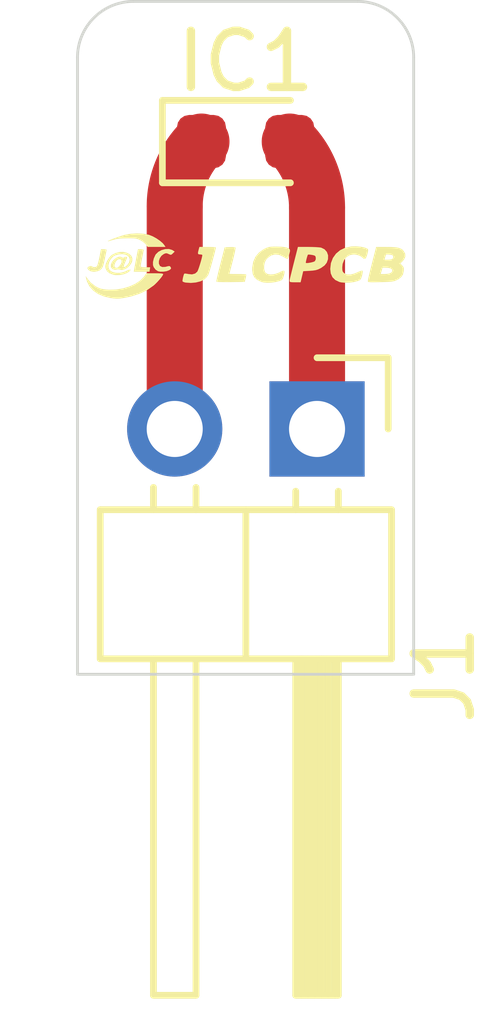
<source format=kicad_pcb>
(kicad_pcb (version 20241229) (generator "pcbnew") (generator_version "9.0")
  (layers (0 "F.Cu" signal) (2 "B.Cu" signal) (13 "F.Paste" user) (15 "B.Paste" user) (5 "F.SilkS" user "F.Silkscreen") (7 "B.SilkS" user "B.Silkscreen") (1 "F.Mask" user) (3 "B.Mask" user) (25 "Edge.Cuts" user))
  (net 0 "")
  (net 1 "Net-(IC1-K)")
  (net 2 "Net-(IC1-A)")
  (footprint "Connector_PinHeader_2.54mm:PinHeader_1x02_P2.54mm_Horizontal" (layer "F.Cu") (at 151.275 105.125 -90)
    (property "Reference" "J1" (at 4.385 -2.27 90) (layer "F.SilkS"))
    (property "Value" "Conn_01x02_Pin")
    (fp_line (start 1.44 3.87) (end 4.1 3.87) (stroke (width 0.12)) (layer "F.SilkS"))
    (fp_line (start 4.1 3.87) (end 4.1 -1.33) (stroke (width 0.12)) (layer "F.SilkS"))
    (fp_line (start 1.042929 2.92) (end 1.44 2.92) (stroke (width 0.12)) (layer "F.SilkS"))
    (fp_line (start 10.1 2.92) (end 4.1 2.92) (stroke (width 0.12)) (layer "F.SilkS"))
    (fp_line (start 1.042929 2.16) (end 1.44 2.16) (stroke (width 0.12)) (layer "F.SilkS"))
    (fp_line (start 4.1 2.16) (end 10.1 2.16) (stroke (width 0.12)) (layer "F.SilkS"))
    (fp_line (start 10.1 2.16) (end 10.1 2.92) (stroke (width 0.12)) (layer "F.SilkS"))
    (fp_line (start 1.44 1.27) (end 4.1 1.27) (stroke (width 0.12)) (layer "F.SilkS"))
    (fp_line (start 1.11 0.38) (end 1.44 0.38) (stroke (width 0.12)) (layer "F.SilkS"))
    (fp_line (start 10.1 0.38) (end 4.1 0.38) (stroke (width 0.12)) (layer "F.SilkS"))
    (fp_line (start 4.1 0.28) (end 10.1 0.28) (stroke (width 0.12)) (layer "F.SilkS"))
    (fp_line (start 4.1 0.16) (end 10.1 0.16) (stroke (width 0.12)) (layer "F.SilkS"))
    (fp_line (start 4.1 0.04) (end 10.1 0.04) (stroke (width 0.12)) (layer "F.SilkS"))
    (fp_line (start -1.27 0) (end -1.27 -1.27) (stroke (width 0.12)) (layer "F.SilkS"))
    (fp_line (start 4.1 -0.08) (end 10.1 -0.08) (stroke (width 0.12)) (layer "F.SilkS"))
    (fp_line (start 4.1 -0.2) (end 10.1 -0.2) (stroke (width 0.12)) (layer "F.SilkS"))
    (fp_line (start 4.1 -0.32) (end 10.1 -0.32) (stroke (width 0.12)) (layer "F.SilkS"))
    (fp_line (start 1.11 -0.38) (end 1.44 -0.38) (stroke (width 0.12)) (layer "F.SilkS"))
    (fp_line (start 4.1 -0.38) (end 10.1 -0.38) (stroke (width 0.12)) (layer "F.SilkS"))
    (fp_line (start 10.1 -0.38) (end 10.1 0.38) (stroke (width 0.12)) (layer "F.SilkS"))
    (fp_line (start -1.27 -1.27) (end 0 -1.27) (stroke (width 0.12)) (layer "F.SilkS"))
    (fp_line (start 1.44 -1.33) (end 1.44 3.87) (stroke (width 0.12)) (layer "F.SilkS"))
    (fp_line (start 4.1 -1.33) (end 1.44 -1.33) (stroke (width 0.12)) (layer "F.SilkS"))
    (pad "1" thru_hole rect (at 0 0 270) (size 1.7 1.7) (drill 1) (layers "*.Cu" "*.Mask") (net 2 "Net-(IC1-A)"))
    (pad "2" thru_hole oval (at 0 2.54 270) (size 1.7 1.7) (drill 1) (layers "*.Cu" "*.Mask") (net 1 "Net-(IC1-K)"))
  )
  (footprint "LED_SMD:LED_0603_1608Metric" (layer "F.Cu") (at 150 100)
    (property "Reference" "IC1" (at 0 -1.43 0) (layer "F.SilkS"))
    (property "Value" "B19H1LS")
    (fp_line (start -1.485 -0.735) (end -1.485 0.735) (stroke (width 0.12)) (layer "F.SilkS"))
    (fp_line (start -1.485 0.735) (end 0.8 0.735) (stroke (width 0.12)) (layer "F.SilkS"))
    (fp_line (start 0.8 -0.735) (end -1.485 -0.735) (stroke (width 0.12)) (layer "F.SilkS"))
    (pad "1" smd roundrect (at -0.7875 0) (size 0.875 0.95) (layers "F.Cu" "F.Mask" "F.Paste") (net 1 "Net-(IC1-K)"))
    (pad "2" smd roundrect (at 0.7875 0) (size 0.875 0.95) (layers "F.Cu" "F.Mask" "F.Paste") (net 2 "Net-(IC1-A)"))
  )
  (footprint "JLCPCBlogo:JLCPCB mini" (layer "F.Cu") (at 150 102.1)
    (property "Reference" "G***" (hide yes))
    (property "Value" "LOGO" (hide yes))
    (fp_poly (pts (xy -1.837407 -0.178452) (xy -1.819989 -0.171536) (xy -1.819081 -0.169291) (xy -1.821643 -0.15176) (xy -1.82854 -0.114237) (xy -1.838587 -0.063003) (xy -1.845931 -0.026851) (xy -1.857403 0.030702) (xy -1.866429 0.079414) (xy -1.871807 0.112596) (xy -1.872781 0.122301) (xy -1.865307 0.133129) (xy -1.840036 0.139032) (xy -1.792695 0.140951) (xy -1.787844 0.140961) (xy -1.702907 0.140961) (xy -1.708818 0.181236) (xy -1.714729 0.221511) (xy -1.855691 0.221511) (xy -1.996653 0.221511) (xy -1.990164 0.184592) (xy -1.985168 0.157279) (xy -1.976361 0.110204) (xy -1.964987 0.049976) (xy -1.952291 -0.016782) (xy -1.920908 -0.181238) (xy -1.869994 -0.181238)) (fill yes) (layer "F.SilkS"))
    (fp_poly (pts (xy -2.495059 -0.179573) (xy -2.481912 -0.17167) (xy -2.482385 -0.153168) (xy -2.482828 -0.151032) (xy -2.488481 -0.123812) (xy -2.497646 -0.078975) (xy -2.508543 -0.025229) (xy -2.510926 -0.013426) (xy -2.527134 0.061263) (xy -2.542092 0.114403) (xy -2.558038 0.151066) (xy -2.577209 0.176327) (xy -2.601843 0.195258) (xy -2.603371 0.196198) (xy -2.651527 0.215306) (xy -2.706163 0.221856) (xy -2.757543 0.215925) (xy -2.795931 0.197591) (xy -2.799102 0.194661) (xy -2.821898 0.16549) (xy -2.820537 0.144222) (xy -2.794537 0.126091) (xy -2.792026 0.124927) (xy -2.762142 0.116198) (xy -2.742544 0.125026) (xy -2.742353 0.125215) (xy -2.71249 0.139264) (xy -2.677079 0.137313) (xy -2.652882 0.122576) (xy -2.644079 0.102365) (xy -2.6322 0.062081) (xy -2.618971 0.008067) (xy -2.609025 -0.038524) (xy -2.580426 -0.181238) (xy -2.528409 -0.181238)) (fill yes) (layer "F.SilkS"))
    (fp_poly (pts (xy -0.197773 -0.216949) (xy -0.17991 -0.212103) (xy -0.179677 -0.196242) (xy -0.185657 -0.15888) (xy -0.196949 -0.104408) (xy -0.212655 -0.037217) (xy -0.228864 0.026849) (xy -0.24817 0.100877) (xy -0.264879 0.165269) (xy -0.2779 0.215796) (xy -0.286143 0.248229) (xy -0.288579 0.258429) (xy -0.276089 0.259787) (xy -0.242207 0.260882) (xy -0.192391 0.261587) (xy -0.1432 0.261785) (xy -0.083396 0.262428) (xy -0.034083 0.264168) (xy -0.001097 0.266723) (xy 0.009624 0.269172) (xy 0.010896 0.285365) (xy 0.005846 0.318282) (xy 0.000926 0.339653) (xy -0.015159 0.402747) (xy -0.265037 0.406396) (xy -0.344194 0.406961) (xy -0.41379 0.406334) (xy -0.469501 0.404646) (xy -0.507007 0.402027) (xy -0.521978 0.398617) (xy -0.520764 0.38289) (xy -0.513511 0.345006) (xy -0.501077 0.288755) (xy -0.484319 0.217929) (xy -0.464096 0.136319) (xy -0.451286 0.086194) (xy -0.373531 -0.2148) (xy -0.282071 -0.218816) (xy -0.23449 -0.219367)) (fill yes) (layer "F.SilkS"))
    (fp_poly (pts (xy -1.827263 -0.457438) (xy -1.730161 -0.43886) (xy -1.72109 -0.436168) (xy -1.657833 -0.410685) (xy -1.591165 -0.374089) (xy -1.528778 -0.331505) (xy -1.478364 -0.288056) (xy -1.452603 -0.257324) (xy -1.429139 -0.221513) (xy -1.588023 -0.221513) (xy -1.746907 -0.221513) (xy -1.776657 -0.261751) (xy -1.805625 -0.290838) (xy -1.847785 -0.321969) (xy -1.876512 -0.338945) (xy -1.907589 -0.354448) (xy -1.935356 -0.364836) (xy -1.966248 -0.371079) (xy -2.006701 -0.374148) (xy -2.06315 -0.375013) (xy -2.11443 -0.374836) (xy -2.196379 -0.37321) (xy -2.259111 -0.368937) (xy -2.310203 -0.361133) (xy -2.35723 -0.348917) (xy -2.368928 -0.345172) (xy -2.412976 -0.331473) (xy -2.445719 -0.322857) (xy -2.460189 -0.321154) (xy -2.460241 -0.3212) (xy -2.452201 -0.328854) (xy -2.423977 -0.342784) (xy -2.380912 -0.360939) (xy -2.328347 -0.381268) (xy -2.271626 -0.401722) (xy -2.216091 -0.420248) (xy -2.167084 -0.434797) (xy -2.158269 -0.437117) (xy -2.050952 -0.456587) (xy -1.937406 -0.463354)) (fill yes) (layer "F.SilkS"))
    (fp_poly (pts (xy -1.311949 -0.168037) (xy -1.302148 -0.162287) (xy -1.265346 -0.138173) (xy -1.297842 -0.105677) (xy -1.321368 -0.084788) (xy -1.340561 -0.080979) (xy -1.368604 -0.092279) (xy -1.372973 -0.094449) (xy -1.404339 -0.107507) (xy -1.42928 -0.107101) (xy -1.460686 -0.094326) (xy -1.501368 -0.063876) (xy -1.530833 -0.020601) (xy -1.546935 0.028272) (xy -1.547532 0.075517) (xy -1.530482 0.113906) (xy -1.524331 0.120282) (xy -1.488092 0.136655) (xy -1.434677 0.134849) (xy -1.380564 0.120958) (xy -1.353533 0.120311) (xy -1.336496 0.139628) (xy -1.32963 0.159885) (xy -1.338691 0.175978) (xy -1.365553 0.194543) (xy -1.409777 0.211315) (xy -1.467129 0.220179) (xy -1.524759 0.220003) (xy -1.564007 0.21203) (xy -1.606798 0.184076) (xy -1.639872 0.140094) (xy -1.652801 0.103957) (xy -1.653219 0.047224) (xy -1.638151 -0.017061) (xy -1.610702 -0.077077) (xy -1.601636 -0.090923) (xy -1.557119 -0.134313) (xy -1.498173 -0.165558) (xy -1.432518 -0.182819) (xy -1.367871 -0.184259)) (fill yes) (layer "F.SilkS"))
    (fp_poly (pts (xy -1.550954 0.249253) (xy -1.50451 0.25199) (xy -1.478591 0.25701) (xy -1.47006 0.264663) (xy -1.470033 0.265237) (xy -1.478996 0.286277) (xy -1.5028 0.320338) (xy -1.536814 0.361953) (xy -1.576407 0.405656) (xy -1.616951 0.44598) (xy -1.641489 0.467679) (xy -1.758324 0.549752) (xy -1.890359 0.614082) (xy -2.040605 0.662006) (xy -2.118262 0.679221) (xy -2.192579 0.692742) (xy -2.250183 0.70015) (xy -2.30041 0.701845) (xy -2.352594 0.698224) (xy -2.404381 0.691424) (xy -2.527293 0.663376) (xy -2.632996 0.618484) (xy -2.7199 0.558006) (xy -2.786413 0.483201) (xy -2.830947 0.395329) (xy -2.845406 0.342335) (xy -2.854743 0.295348) (xy -2.828986 0.335623) (xy -2.764056 0.414052) (xy -2.681107 0.478015) (xy -2.638003 0.501224) (xy -2.592557 0.519685) (xy -2.545638 0.531415) (xy -2.487834 0.538278) (xy -2.436629 0.541154) (xy -2.312589 0.537665) (xy -2.190918 0.518104) (xy -2.076102 0.484211) (xy -1.972625 0.437726) (xy -1.884973 0.380391) (xy -1.81763 0.313947) (xy -1.804205 0.295695) (xy -1.772094 0.248544) (xy -1.621063 0.248452)) (fill yes) (layer "F.SilkS"))
    (fp_poly (pts (xy -0.618125 -0.220793) (xy -0.570317 -0.218843) (xy -0.539335 -0.215975) (xy -0.530286 -0.213064) (xy -0.533906 -0.190529) (xy -0.543773 -0.147662) (xy -0.558397 -0.089844) (xy -0.576289 -0.022455) (xy -0.59596 0.049127) (xy -0.615919 0.11952) (xy -0.634679 0.183345) (xy -0.650749 0.235222) (xy -0.662639 0.269772) (xy -0.66639 0.278552) (xy -0.694856 0.318976) (xy -0.7332 0.355696) (xy -0.742308 0.362228) (xy -0.807686 0.393151) (xy -0.889162 0.413146) (xy -0.977779 0.420947) (xy -1.064582 0.415284) (xy -1.087422 0.411096) (xy -1.115466 0.401254) (xy -1.127244 0.38946) (xy -1.127243 0.389191) (xy -1.123376 0.35568) (xy -1.11526 0.316012) (xy -1.105355 0.280022) (xy -1.096118 0.257542) (xy -1.093655 0.254777) (xy -1.074541 0.253348) (xy -1.040105 0.258191) (xy -1.024342 0.261663) (xy -0.956114 0.268376) (xy -0.900591 0.252919) (xy -0.86268 0.219894) (xy -0.85099 0.196209) (xy -0.83515 0.153821) (xy -0.817406 0.100103) (xy -0.800002 0.04243) (xy -0.785185 -0.011825) (xy -0.7752 -0.055289) (xy -0.772204 -0.077194) (xy -0.783678 -0.084263) (xy -0.8117 -0.087262) (xy -0.81221 -0.087263) (xy -0.83807 -0.089809) (xy -0.849838 -0.101146) (xy -0.849244 -0.126821) (xy -0.838354 -0.171169) (xy -0.824373 -0.221513) (xy -0.67733 -0.221513)) (fill yes) (layer "F.SilkS"))
    (fp_poly (pts (xy 2.043241 -0.226815) (xy 2.106068 -0.215875) (xy 2.15428 -0.200898) (xy 2.172665 -0.190721) (xy 2.183763 -0.179597) (xy 2.187449 -0.163821) (xy 2.183732 -0.136312) (xy 2.172778 -0.090619) (xy 2.154808 -0.036685) (xy 2.134656 -0.009017) (xy 2.111555 -0.007073) (xy 2.085866 -0.02893) (xy 2.04942 -0.056838) (xy 1.997324 -0.077619) (xy 1.940615 -0.08708) (xy 1.932295 -0.087263) (xy 1.861305 -0.075185) (xy 1.802384 -0.041011) (xy 1.758292 0.012172) (xy 1.73179 0.081275) (xy 1.725105 0.144522) (xy 1.726813 0.190002) (xy 1.734212 0.218353) (xy 1.750711 0.239201) (xy 1.762024 0.248707) (xy 1.81012 0.269985) (xy 1.872523 0.270816) (xy 1.946431 0.251445) (xy 1.999739 0.227921) (xy 2.045652 0.207596) (xy 2.076828 0.199885) (xy 2.087109 0.20237) (xy 2.090906 0.222678) (xy 2.085273 0.262255) (xy 2.078019 0.291429) (xy 2.06459 0.334984) (xy 2.050575 0.360559) (xy 2.029106 0.376277) (xy 1.994907 0.389705) (xy 1.929264 0.406208) (xy 1.852533 0.415633) (xy 1.774829 0.417539) (xy 1.706268 0.411484) (xy 1.673327 0.403718) (xy 1.60066 0.368895) (xy 1.549669 0.318586) (xy 1.519754 0.251935) (xy 1.510306 0.170869) (xy 1.522533 0.067541) (xy 1.557725 -0.024236) (xy 1.613643 -0.102176) (xy 1.688053 -0.163992) (xy 1.778717 -0.2074) (xy 1.883398 -0.230113) (xy 1.904385 -0.231881) (xy 1.97346 -0.232542)) (fill yes) (layer "F.SilkS"))
    (fp_poly (pts (xy 0.652 -0.224242) (xy 0.721823 -0.214553) (xy 0.767765 -0.198189) (xy 0.790988 -0.174738) (xy 0.7928 -0.144389) (xy 0.776623 -0.07996) (xy 0.764376 -0.038085) (xy 0.754748 -0.014982) (xy 0.746428 -0.006873) (xy 0.745033 -0.006713) (xy 0.727601 -0.013422) (xy 0.695829 -0.030705) (xy 0.669084 -0.046988) (xy 0.59563 -0.080023) (xy 0.523319 -0.086794) (xy 0.454995 -0.067831) (xy 0.393505 -0.023667) (xy 0.364577 0.009887) (xy 0.342838 0.054797) (xy 0.331524 0.110653) (xy 0.331131 0.167625) (xy 0.342156 0.215887) (xy 0.353218 0.235097) (xy 0.389805 0.260262) (xy 0.442422 0.270364) (xy 0.504975 0.265558) (xy 0.571369 0.245995) (xy 0.607835 0.228717) (xy 0.65524 0.205845) (xy 0.68387 0.201119) (xy 0.69569 0.216192) (xy 0.692666 0.252718) (xy 0.682811 0.291785) (xy 0.669168 0.335145) (xy 0.654884 0.360602) (xy 0.632956 0.376334) (xy 0.599092 0.389576) (xy 0.534719 0.406073) (xy 0.460578 0.415759) (xy 0.386057 0.418213) (xy 0.320547 0.413016) (xy 0.282699 0.403741) (xy 0.208217 0.367718) (xy 0.157312 0.3222) (xy 0.127686 0.26362) (xy 0.117044 0.188408) (xy 0.117865 0.147673) (xy 0.135939 0.043315) (xy 0.176824 -0.047318) (xy 0.239711 -0.12299) (xy 0.323792 -0.18247) (xy 0.339894 -0.190764) (xy 0.377458 -0.207966) (xy 0.410809 -0.218901) (xy 0.447909 -0.224921) (xy 0.496722 -0.22738) (xy 0.557134 -0.227666)) (fill yes) (layer "F.SilkS"))
    (fp_poly (pts (xy 1.118143 -0.221438) (xy 1.190304 -0.220442) (xy 1.256869 -0.217772) (xy 1.311149 -0.213814) (xy 1.346452 -0.208954) (xy 1.350203 -0.208033) (xy 1.408907 -0.179068) (xy 1.450502 -0.132311) (xy 1.472169 -0.072703) (xy 1.471089 -0.005184) (xy 1.469718 0.001386) (xy 1.448117 0.060726) (xy 1.410292 0.108709) (xy 1.351438 0.151035) (xy 1.336346 0.159527) (xy 1.293237 0.180268) (xy 1.250589 0.193349) (xy 1.198503 0.201145) (xy 1.146804 0.204979) (xy 1.028439 0.211728) (xy 1.005131 0.310594) (xy 0.981823 0.40946) (xy 0.883591 0.40946) (xy 0.832742 0.408741) (xy 0.803148 0.405614) (xy 0.789229 0.398622) (xy 0.785406 0.386312) (xy 0.785359 0.383829) (xy 0.78763 0.366886) (xy 0.79468 0.33288) (xy 0.806858 0.280376) (xy 0.824517 0.207937) (xy 0.848007 0.114127) (xy 0.861672 0.06042) (xy 1.074555 0.06042) (xy 1.075273 0.063927) (xy 1.092951 0.066746) (xy 1.126878 0.063586) (xy 1.167598 0.05623) (xy 1.205657 0.046458) (xy 1.2316 0.036051) (xy 1.234692 0.033895) (xy 1.251147 0.004018) (xy 1.252561 -0.025652) (xy 1.247642 -0.051057) (xy 1.234359 -0.065459) (xy 1.205306 -0.0746) (xy 1.184087 -0.078712) (xy 1.145339 -0.084219) (xy 1.118807 -0.085144) (xy 1.112757 -0.083513) (xy 1.105166 -0.067068) (xy 1.095185 -0.035151) (xy 1.08518 0.002937) (xy 1.077515 0.037895) (xy 1.074555 0.06042) (xy 0.861672 0.06042) (xy 0.877679 -0.002489) (xy 0.913884 -0.143348) (xy 0.921066 -0.171169) (xy 0.934068 -0.221513)) (fill yes) (layer "F.SilkS"))
    (fp_poly (pts (xy 2.507626 -0.221438) (xy 2.601943 -0.22013) (xy 2.673814 -0.215662) (xy 2.72755 -0.207085) (xy 2.767466 -0.193447) (xy 2.797872 -0.1738) (xy 2.818375 -0.152965) (xy 2.848491 -0.100807) (xy 2.851845 -0.048412) (xy 2.8285 0.003255) (xy 2.80679 0.028558) (xy 2.760779 0.074568) (xy 2.794976 0.108766) (xy 2.815724 0.133592) (xy 2.824278 0.159823) (xy 2.823748 0.198736) (xy 2.822778 0.209525) (xy 2.808405 0.270704) (xy 2.776153 0.318797) (xy 2.722357 0.358402) (xy 2.691701 0.373961) (xy 2.665192 0.384702) (xy 2.635685 0.392614) (xy 2.598239 0.398271) (xy 2.547911 0.402246) (xy 2.479762 0.405113) (xy 2.406421 0.407054) (xy 2.324015 0.4088) (xy 2.264669 0.409462) (xy 2.224605 0.408675) (xy 2.200041 0.406069) (xy 2.187199 0.401277) (xy 2.182298 0.393932) (xy 2.181553 0.385183) (xy 2.183732 0.368271) (xy 2.190516 0.335023) (xy 2.20228 0.283906) (xy 2.20765 0.261785) (xy 2.411482 0.261785) (xy 2.47688 0.261785) (xy 2.523224 0.259233) (xy 2.563373 0.252801) (xy 2.574884 0.249389) (xy 2.603319 0.231239) (xy 2.616526 0.213443) (xy 2.616482 0.184301) (xy 2.59219 0.163356) (xy 2.545283 0.151644) (xy 2.516159 0.149631) (xy 2.44506 0.147673) (xy 2.428271 0.204729) (xy 2.411482 0.261785) (xy 2.20765 0.261785) (xy 2.219397 0.213391) (xy 2.242241 0.121944) (xy 2.271184 0.008036) (xy 2.271524 0.006711) (xy 2.478776 0.006711) (xy 2.542279 0.006711) (xy 2.583493 0.003489) (xy 2.614329 -0.004658) (xy 2.621891 -0.009398) (xy 2.637169 -0.038249) (xy 2.630197 -0.064757) (xy 2.607795 -0.078802) (xy 2.579589 -0.083818) (xy 2.545942 -0.086727) (xy 2.517236 -0.087029) (xy 2.50385 -0.084224) (xy 2.503752 -0.083818) (xy 2.50045 -0.06998) (xy 2.492389 -0.040769) (xy 2.491264 -0.036831) (xy 2.478776 0.006711) (xy 2.271524 0.006711) (xy 2.306602 -0.129866) (xy 2.31726 -0.171169) (xy 2.330262 -0.221513)) (fill yes) (layer "F.SilkS"))
    (fp_poly (pts (xy -2.127863 -0.121914) (xy -2.078114 -0.098743) (xy -2.041396 -0.065231) (xy -2.021338 -0.02289) (xy -2.021565 0.026767) (xy -2.035521 0.06465) (xy -2.069161 0.112727) (xy -2.113253 0.152086) (xy -2.161559 0.179194) (xy -2.20784 0.190519) (xy -2.244797 0.183142) (xy -2.277505 0.177549) (xy -2.298317 0.182243) (xy -2.339979 0.18674) (xy -2.377586 0.172226) (xy -2.401592 0.142894) (xy -2.403861 0.135861) (xy -2.403813 0.113603) (xy -2.341951 0.113603) (xy -2.335092 0.138685) (xy -2.325873 0.145495) (xy -2.301435 0.152069) (xy -2.281167 0.145071) (xy -2.255328 0.12198) (xy -2.225687 0.083286) (xy -2.212138 0.046302) (xy -2.214291 0.01623) (xy -2.231756 -0.001728) (xy -2.264147 -0.002371) (xy -2.264613 -0.002256) (xy -2.293566 0.014333) (xy -2.318139 0.044074) (xy -2.335283 0.079615) (xy -2.341951 0.113603) (xy -2.403813 0.113603) (xy -2.403768 0.092683) (xy -2.385869 0.049079) (xy -2.355069 0.009083) (xy -2.316277 -0.023271) (xy -2.274399 -0.043951) (xy -2.234342 -0.048921) (xy -2.201013 -0.03415) (xy -2.19918 -0.032394) (xy -2.182975 -0.025059) (xy -2.175565 -0.032394) (xy -2.158557 -0.043574) (xy -2.134728 -0.046645) (xy -2.11699 -0.04102) (xy -2.11443 -0.035186) (xy -2.119661 -0.017568) (xy -2.13327 0.016432) (xy -2.14937 0.052936) (xy -2.166422 0.093775) (xy -2.17612 0.124315) (xy -2.176639 0.136927) (xy -2.159625 0.137374) (xy -2.134211 0.121387) (xy -2.107051 0.094769) (xy -2.084795 0.063319) (xy -2.079309 0.052039) (xy -2.068514 0.000243) (xy -2.082654 -0.042044) (xy -2.12113 -0.073622) (xy -2.147243 -0.084355) (xy -2.203865 -0.092894) (xy -2.267751 -0.087591) (xy -2.327318 -0.070357) (xy -2.365094 -0.048431) (xy -2.407357 -0.00206) (xy -2.435766 0.052013) (xy -2.448749 0.107309) (xy -2.444734 0.15735) (xy -2.423912 0.193953) (xy -2.376586 0.224046) (xy -2.314214 0.2397) (xy -2.244593 0.240579) (xy -2.175523 0.22635) (xy -2.130444 0.206524) (xy -2.095685 0.189799) (xy -2.067764 0.181451) (xy -2.064595 0.181236) (xy -2.051904 0.184076) (xy -2.057283 0.196446) (xy -2.068718 0.209939) (xy -2.112876 0.242762) (xy -2.174806 0.26694) (xy -2.246294 0.280569) (xy -2.319123 0.281745) (xy -2.356079 0.276538) (xy -2.424244 0.252264) (xy -2.47263 0.213073) (xy -2.499172 0.161099) (xy -2.503753 0.124126) (xy -2.494682 0.079877) (xy -2.4711 0.027041) (xy -2.438451 -0.025007) (xy -2.402183 -0.066891) (xy -2.384635 -0.080933) (xy -2.31903 -0.114253) (xy -2.251949 -0.131181) (xy -2.187017 -0.133231)) (fill yes) (layer "F.SilkS"))
  )
  (gr_line (start 148 97.5) (end 152 97.5) (stroke (width 0.05)) (layer "Edge.Cuts"))
  (gr_line (start 153 98.5) (end 153 109.5) (stroke (width 0.05)) (layer "Edge.Cuts"))
  (gr_arc (start 147 98.5) (mid 147.292893 97.792893) (end 148 97.5) (stroke (width 0.05)) (layer "Edge.Cuts"))
  (gr_line (start 147 109.5) (end 153 109.5) (stroke (width 0.05)) (layer "Edge.Cuts"))
  (gr_arc (start 152 97.5) (mid 152.707107 97.792893) (end 153 98.5) (stroke (width 0.05)) (layer "Edge.Cuts"))
  (gr_line (start 147 98.5) (end 147 109.5) (stroke (width 0.05)) (layer "Edge.Cuts"))
  (segment (start 148.735 105.125) (end 148.735 101.152787) (width 1) (layer "F.Cu") (net 1))
  (arc (start 148.735 101.152787) (mid 148.859098 100.528903) (end 149.2125 100) (width 1) (layer "F.Cu") (net 1))
  (segment (start 151.275 105.125) (end 151.275 101.176929) (width 1) (layer "F.Cu") (net 2))
  (arc (start 151.275 101.176929) (mid 151.148303 100.53998) (end 150.7875 100) (width 1) (layer "F.Cu") (net 2))
)
</source>
